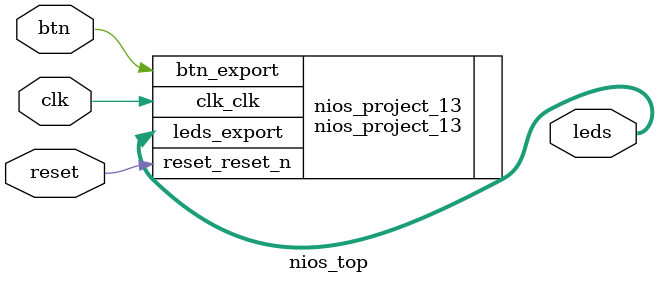
<source format=v>
module nios_top(clk, reset, btn, leds);

input clk;
input reset;
input btn;
output [3:0] leds;

nios_project_13 nios_project_13 (
		.clk_clk(clk),       //   clk.clk
		.reset_reset_n(reset), // reset.reset_n
		.btn_export(btn),    //   btn.export
		.leds_export(leds)    //  leds.export
	);
	
endmodule
</source>
